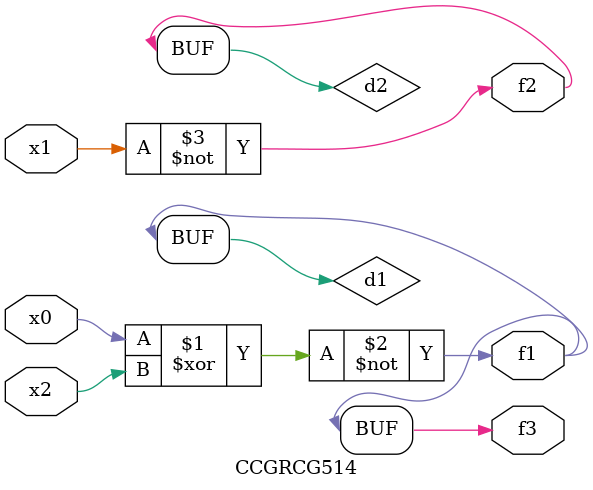
<source format=v>
module CCGRCG514(
	input x0, x1, x2,
	output f1, f2, f3
);

	wire d1, d2, d3;

	xnor (d1, x0, x2);
	nand (d2, x1);
	nor (d3, x1, x2);
	assign f1 = d1;
	assign f2 = d2;
	assign f3 = d1;
endmodule

</source>
